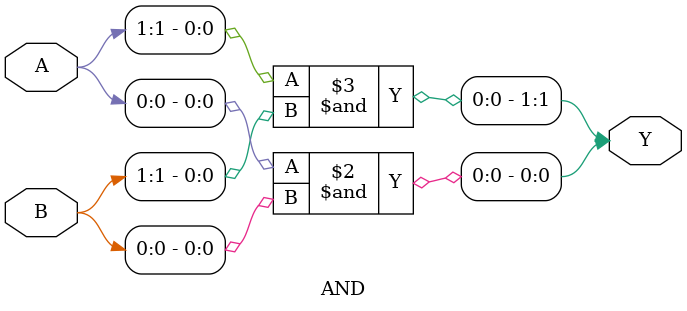
<source format=v>
module AND(
    input [1:0] A,
    input [1:0] B,
    output reg [1:0] Y
);

always @*
begin
    Y[0] = A[0] & B[0];
    Y[1] = A[1] & B[1];
end


endmodule
</source>
